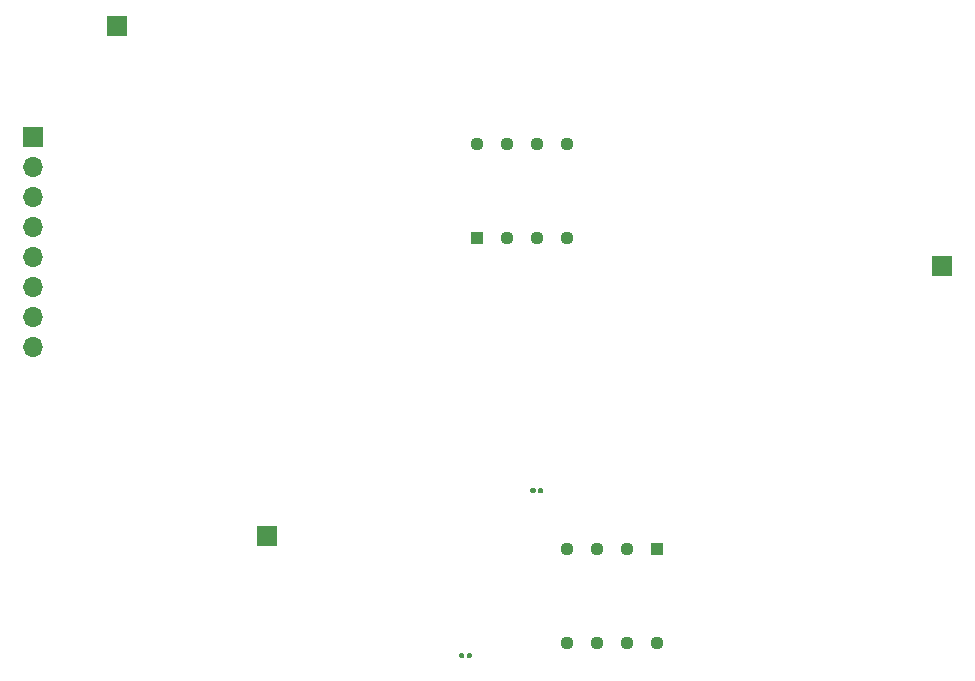
<source format=gbr>
%TF.GenerationSoftware,KiCad,Pcbnew,(5.1.10)-1*%
%TF.CreationDate,2021-11-07T17:05:45-05:00*%
%TF.ProjectId,kicad,6b696361-642e-46b6-9963-61645f706362,rev?*%
%TF.SameCoordinates,Original*%
%TF.FileFunction,Soldermask,Bot*%
%TF.FilePolarity,Negative*%
%FSLAX46Y46*%
G04 Gerber Fmt 4.6, Leading zero omitted, Abs format (unit mm)*
G04 Created by KiCad (PCBNEW (5.1.10)-1) date 2021-11-07 17:05:45*
%MOMM*%
%LPD*%
G01*
G04 APERTURE LIST*
%ADD10R,1.130000X1.130000*%
%ADD11C,1.130000*%
%ADD12R,1.700000X1.700000*%
%ADD13O,1.700000X1.700000*%
G04 APERTURE END LIST*
D10*
%TO.C,U3*%
X201930000Y-138270000D03*
D11*
X199390000Y-138270000D03*
X196850000Y-138270000D03*
X194310000Y-138270000D03*
X194310000Y-146210000D03*
X196850000Y-146210000D03*
X199390000Y-146210000D03*
X201930000Y-146210000D03*
%TD*%
%TO.C,1k2*%
G36*
G01*
X186290000Y-147220000D02*
X186290000Y-147420000D01*
G75*
G02*
X186190000Y-147520000I-100000J0D01*
G01*
X185930000Y-147520000D01*
G75*
G02*
X185830000Y-147420000I0J100000D01*
G01*
X185830000Y-147220000D01*
G75*
G02*
X185930000Y-147120000I100000J0D01*
G01*
X186190000Y-147120000D01*
G75*
G02*
X186290000Y-147220000I0J-100000D01*
G01*
G37*
G36*
G01*
X185650000Y-147220000D02*
X185650000Y-147420000D01*
G75*
G02*
X185550000Y-147520000I-100000J0D01*
G01*
X185290000Y-147520000D01*
G75*
G02*
X185190000Y-147420000I0J100000D01*
G01*
X185190000Y-147220000D01*
G75*
G02*
X185290000Y-147120000I100000J0D01*
G01*
X185550000Y-147120000D01*
G75*
G02*
X185650000Y-147220000I0J-100000D01*
G01*
G37*
%TD*%
D12*
%TO.C,Vin2*%
X226060000Y-114300000D03*
%TD*%
%TO.C,Vin1*%
X156210000Y-93980000D03*
%TD*%
D11*
%TO.C,U2*%
X186690000Y-103980000D03*
X189230000Y-103980000D03*
X191770000Y-103980000D03*
X194310000Y-103980000D03*
X194310000Y-111920000D03*
X191770000Y-111920000D03*
X189230000Y-111920000D03*
D10*
X186690000Y-111920000D03*
%TD*%
D12*
%TO.C,U1*%
X149145001Y-103425001D03*
D13*
X149145001Y-105965001D03*
X149145001Y-108505001D03*
X149145001Y-111045001D03*
X149145001Y-113585001D03*
X149145001Y-116125001D03*
X149145001Y-118665001D03*
X149145001Y-121205001D03*
%TD*%
%TO.C,R8*%
G36*
G01*
X192320000Y-133250000D02*
X192320000Y-133450000D01*
G75*
G02*
X192220000Y-133550000I-100000J0D01*
G01*
X191960000Y-133550000D01*
G75*
G02*
X191860000Y-133450000I0J100000D01*
G01*
X191860000Y-133250000D01*
G75*
G02*
X191960000Y-133150000I100000J0D01*
G01*
X192220000Y-133150000D01*
G75*
G02*
X192320000Y-133250000I0J-100000D01*
G01*
G37*
G36*
G01*
X191680000Y-133250000D02*
X191680000Y-133450000D01*
G75*
G02*
X191580000Y-133550000I-100000J0D01*
G01*
X191320000Y-133550000D01*
G75*
G02*
X191220000Y-133450000I0J100000D01*
G01*
X191220000Y-133250000D01*
G75*
G02*
X191320000Y-133150000I100000J0D01*
G01*
X191580000Y-133150000D01*
G75*
G02*
X191680000Y-133250000I0J-100000D01*
G01*
G37*
%TD*%
D12*
%TO.C,gnd1*%
X168910000Y-137160000D03*
%TD*%
M02*

</source>
